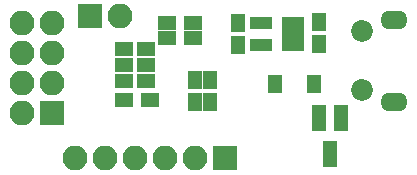
<source format=gbs>
G04 #@! TF.FileFunction,Soldermask,Bot*
%FSLAX46Y46*%
G04 Gerber Fmt 4.6, Leading zero omitted, Abs format (unit mm)*
G04 Created by KiCad (PCBNEW 4.0.7) date 04/14/18 18:56:33*
%MOMM*%
%LPD*%
G01*
G04 APERTURE LIST*
%ADD10C,0.100000*%
%ADD11R,1.150000X1.600000*%
%ADD12R,1.600000X1.150000*%
%ADD13C,1.850000*%
%ADD14O,2.300000X1.600000*%
%ADD15R,2.100000X2.100000*%
%ADD16O,2.100000X2.100000*%
%ADD17R,1.600000X1.300000*%
%ADD18R,1.300000X1.600000*%
%ADD19R,1.960000X1.050000*%
%ADD20R,1.200000X2.300000*%
G04 APERTURE END LIST*
D10*
D11*
X120332500Y-56385500D03*
X120332500Y-54485500D03*
X113538000Y-54549000D03*
X113538000Y-56449000D03*
D12*
X103825000Y-59499500D03*
X105725000Y-59499500D03*
X103825000Y-58166000D03*
X105725000Y-58166000D03*
X103825000Y-56769000D03*
X105725000Y-56769000D03*
D11*
X109855000Y-59375000D03*
X109855000Y-61275000D03*
X111125000Y-59375000D03*
X111125000Y-61275000D03*
D13*
X124015000Y-60285000D03*
X124015000Y-55285000D03*
D14*
X126715000Y-61285000D03*
X126715000Y-54285000D03*
D15*
X100965000Y-53975000D03*
D16*
X103505000Y-53975000D03*
D17*
X106065500Y-61087000D03*
X103865500Y-61087000D03*
X107485000Y-55880000D03*
X109685000Y-55880000D03*
X107485000Y-54610000D03*
X109685000Y-54610000D03*
D18*
X116650500Y-59753500D03*
X119950500Y-59753500D03*
D19*
X118190000Y-54549000D03*
X118190000Y-55499000D03*
X118190000Y-56449000D03*
X115490000Y-56449000D03*
X115490000Y-54549000D03*
D20*
X120335000Y-62635000D03*
X122235000Y-62635000D03*
X121285000Y-65635000D03*
D15*
X97790000Y-62230000D03*
D16*
X95250000Y-62230000D03*
X97790000Y-59690000D03*
X95250000Y-59690000D03*
X97790000Y-57150000D03*
X95250000Y-57150000D03*
X97790000Y-54610000D03*
X95250000Y-54610000D03*
D15*
X112395000Y-66040000D03*
D16*
X109855000Y-66040000D03*
X107315000Y-66040000D03*
X104775000Y-66040000D03*
X102235000Y-66040000D03*
X99695000Y-66040000D03*
M02*

</source>
